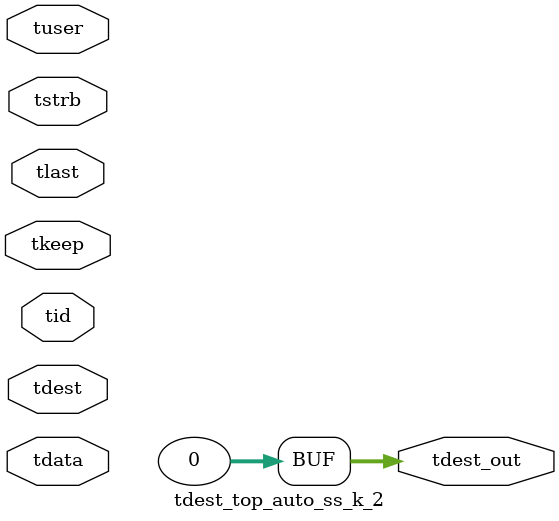
<source format=v>


`timescale 1ps/1ps

module tdest_top_auto_ss_k_2 #
(
parameter C_S_AXIS_TDATA_WIDTH = 32,
parameter C_S_AXIS_TUSER_WIDTH = 0,
parameter C_S_AXIS_TID_WIDTH   = 0,
parameter C_S_AXIS_TDEST_WIDTH = 0,
parameter C_M_AXIS_TDEST_WIDTH = 32
)
(
input  [(C_S_AXIS_TDATA_WIDTH == 0 ? 1 : C_S_AXIS_TDATA_WIDTH)-1:0     ] tdata,
input  [(C_S_AXIS_TUSER_WIDTH == 0 ? 1 : C_S_AXIS_TUSER_WIDTH)-1:0     ] tuser,
input  [(C_S_AXIS_TID_WIDTH   == 0 ? 1 : C_S_AXIS_TID_WIDTH)-1:0       ] tid,
input  [(C_S_AXIS_TDEST_WIDTH == 0 ? 1 : C_S_AXIS_TDEST_WIDTH)-1:0     ] tdest,
input  [(C_S_AXIS_TDATA_WIDTH/8)-1:0 ] tkeep,
input  [(C_S_AXIS_TDATA_WIDTH/8)-1:0 ] tstrb,
input                                                                    tlast,
output [C_M_AXIS_TDEST_WIDTH-1:0] tdest_out
);

assign tdest_out = {1'b0};

endmodule


</source>
